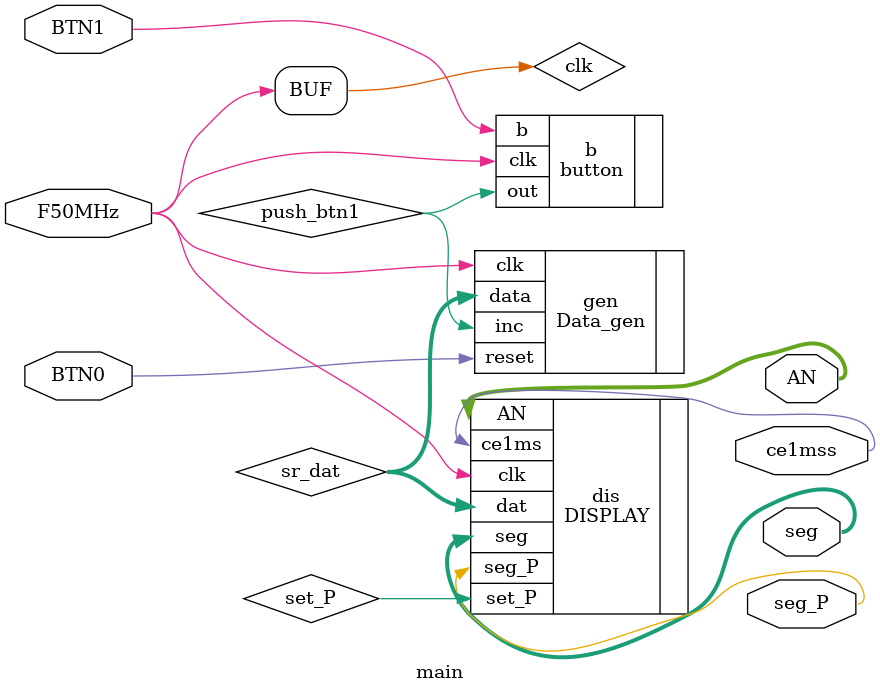
<source format=v>
`timescale 1ns / 1ps
module main(    
					input F50MHz    /*clk*/,
					input BTN0      /*st*/,
					input BTN1,
					output [3:0] AN,        // Àíîäû
					output [6:0] seg,       // Ñåãìåíòû
					output seg_P,           // Òî÷êà
					output ce1mss);


wire [15:0] sr_dat;
wire clk;

assign clk = F50MHz;

wire push_btn1;

button b(.b(BTN1), .clk(clk), .out(push_btn1));

Data_gen gen(.clk(clk), .data(sr_dat[15:0]), .reset(BTN0), .inc(push_btn1));


DISPLAY dis(.clk(clk), 				.AN(AN), //Àíîäû
            .dat(sr_dat[15:0]),		.seg(seg), //Ñåãìåíòû
            .set_P(set_P), 			.seg_P(seg_P), //Òî÷êà
            .ce1ms(ce1mss));
				
endmodule

</source>
